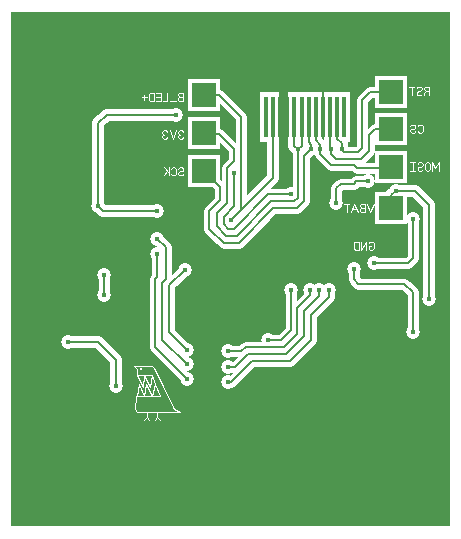
<source format=gbr>
%FSLAX34Y34*%
%MOMM*%
%LNCOPPER_BOTTOM*%
G71*
G01*
%ADD10C, 0.950*%
%ADD11C, 1.200*%
%ADD12R, 1.100X4.300*%
%ADD13R, 0.300X3.500*%
%ADD14C, 1.000*%
%ADD15C, 0.930*%
%ADD16C, 0.100*%
%ADD17C, 0.800*%
%ADD18C, 0.400*%
%ADD19C, 2.500*%
%ADD20R, 2.800X2.800*%
%ADD21C, 0.089*%
%ADD22R, 2.000X2.000*%
%ADD23C, 0.150*%
%ADD24C, 0.200*%
%ADD25C, 0.130*%
%LPD*%
G36*
X0Y1000000D02*
X372000Y1000000D01*
X372000Y565000D01*
X0Y565000D01*
X0Y1000000D01*
G37*
%LPC*%
G54D10*
X276000Y910000D02*
X276000Y893000D01*
X280000Y889000D01*
X280000Y884000D01*
G54D10*
X270000Y910000D02*
X270000Y885000D01*
X271000Y884000D01*
G54D10*
X258000Y910000D02*
X258000Y892000D01*
X262000Y888000D01*
X262000Y884000D01*
G54D10*
X252000Y910000D02*
X252000Y890000D01*
X254000Y888000D01*
X254000Y884000D01*
X243000Y884000D02*
G54D11*
D03*
X216000Y911000D02*
G54D12*
D03*
X222000Y911000D02*
G54D12*
D03*
X228000Y911000D02*
G54D13*
D03*
X234000Y911000D02*
G54D13*
D03*
X240000Y911000D02*
G54D12*
D03*
X246000Y911000D02*
G54D12*
D03*
X252000Y911000D02*
G54D12*
D03*
X258000Y911000D02*
G54D12*
D03*
X264000Y911000D02*
G54D13*
D03*
X270000Y911000D02*
G54D12*
D03*
X276000Y911000D02*
G54D12*
D03*
X282000Y911000D02*
G54D12*
D03*
X254000Y884000D02*
G54D11*
D03*
X262000Y884000D02*
G54D11*
D03*
X271000Y884000D02*
G54D11*
D03*
X280000Y884000D02*
G54D11*
D03*
G54D14*
X222000Y900000D02*
X222000Y860000D01*
X186000Y824000D01*
X326000Y849000D02*
G54D11*
D03*
X340000Y825000D02*
G54D11*
D03*
X340000Y729000D02*
G54D11*
D03*
X354000Y757000D02*
G54D11*
D03*
X290000Y783000D02*
G54D11*
D03*
X307000Y788000D02*
G54D11*
D03*
G54D15*
X340000Y729000D02*
X340000Y763000D01*
X333000Y770000D01*
X294000Y770000D01*
X290000Y774000D01*
X290000Y783000D01*
G54D10*
X340000Y825000D02*
X340000Y792000D01*
X336000Y788000D01*
X307000Y788000D01*
G54D14*
X354000Y825000D02*
X354000Y757000D01*
X261000Y765000D02*
G54D11*
D03*
X269000Y765000D02*
G54D11*
D03*
G54D10*
X184000Y700000D02*
X190000Y700000D01*
X201000Y711000D01*
X233000Y711000D01*
X248000Y726000D01*
X248000Y747000D01*
X261000Y760000D01*
X261000Y765000D01*
G54D10*
X184000Y687000D02*
X186000Y687000D01*
X204000Y705000D01*
X236000Y705000D01*
X254000Y723000D01*
X254000Y744000D01*
X269000Y759000D01*
X269000Y765000D01*
X124000Y808000D02*
G54D11*
D03*
X124000Y795000D02*
G54D11*
D03*
X89000Y684000D02*
G54D11*
D03*
X48000Y721000D02*
G54D11*
D03*
G54D14*
X48000Y721000D02*
X74000Y721000D01*
X89000Y706000D01*
X89000Y684000D01*
G54D10*
X79000Y778000D02*
X79000Y761000D01*
X79000Y778000D02*
G54D11*
D03*
X79000Y761000D02*
G54D11*
D03*
X74000Y836000D02*
G54D11*
D03*
X186000Y824000D02*
G54D11*
D03*
X253000Y765000D02*
G54D11*
D03*
G54D10*
X184000Y713000D02*
X195000Y713000D01*
X199000Y717000D01*
X231000Y717000D01*
X242000Y728000D01*
X242000Y750000D01*
X253000Y761000D01*
X253000Y765000D01*
X140000Y913000D02*
G54D11*
D03*
X302500Y857500D02*
G54D11*
D03*
X275000Y839000D02*
G54D11*
D03*
G54D10*
X275000Y839000D02*
X275000Y851000D01*
X279000Y855000D01*
X290000Y855000D01*
X292500Y857500D01*
X302500Y857500D01*
X237000Y765000D02*
G54D11*
D03*
X218000Y723000D02*
G54D11*
D03*
G54D10*
X237000Y765000D02*
X237000Y731000D01*
X229000Y723000D01*
X218000Y723000D01*
G54D16*
X105988Y675000D02*
X125988Y675000D01*
X121988Y685000D01*
X118988Y693000D01*
X106988Y693000D01*
G54D16*
X121988Y685000D02*
X118988Y675000D01*
X113988Y685000D01*
X112988Y675000D01*
X107988Y685000D01*
X106988Y675000D01*
G54D16*
X112988Y693000D02*
X117988Y683000D01*
X118988Y693000D01*
G54D16*
X106988Y693000D02*
X111988Y683000D01*
X112988Y693000D01*
G54D16*
G75*
G01X110988Y698000D02*
G03X110988Y698000I-1000J0D01*
G01*
G54D16*
X106988Y693000D02*
X106988Y698000D01*
X103988Y701000D01*
X118988Y701000D01*
X120988Y699000D01*
X127988Y685000D01*
X137988Y664000D01*
G54D16*
X142988Y662000D02*
X106988Y662000D01*
X104988Y664000D01*
X105988Y675000D01*
G54D16*
X142988Y662000D02*
X137988Y664000D01*
G54D16*
X114988Y662000D02*
X114988Y657000D01*
X116988Y655000D01*
X114988Y657000D01*
X112988Y655000D01*
G54D16*
X123988Y662000D02*
X123988Y657000D01*
X121988Y655000D01*
X123988Y657000D01*
X125988Y655000D01*
G54D14*
X326000Y849000D02*
X342000Y849000D01*
X354000Y837000D01*
X354000Y825000D01*
X353000Y886000D02*
G54D17*
D03*
X353000Y853000D02*
G54D17*
D03*
X353000Y720000D02*
G54D17*
D03*
X353000Y687000D02*
G54D17*
D03*
X202000Y914000D02*
G54D18*
D03*
X316027Y916954D02*
G54D18*
D03*
X22000Y875000D02*
G54D18*
D03*
X154000Y835000D02*
G54D18*
D03*
X147000Y877000D02*
G54D18*
D03*
X159000Y644000D02*
G54D18*
D03*
X203000Y774000D02*
G54D18*
D03*
X49000Y962000D02*
G54D18*
D03*
X207000Y677000D02*
G54D18*
D03*
X205000Y865000D02*
G54D18*
D03*
X272000Y797000D02*
G54D18*
D03*
X34000Y699000D02*
G54D18*
D03*
X124000Y819000D02*
G54D18*
D03*
X326000Y675000D02*
G54D18*
D03*
X340000Y633000D02*
G54D18*
D03*
X61000Y607000D02*
G54D18*
D03*
X21000Y850000D02*
G54D18*
D03*
X21000Y835000D02*
G54D18*
D03*
X53000Y850000D02*
G54D18*
D03*
X21000Y783000D02*
G54D18*
D03*
X106000Y647000D02*
G54D18*
D03*
X53000Y783000D02*
G54D18*
D03*
X15000Y905000D02*
G54D18*
D03*
X21000Y817000D02*
G54D18*
D03*
X121000Y935000D02*
G54D18*
D03*
X30000Y970000D02*
G54D19*
D03*
X340000Y970000D02*
G54D19*
D03*
X340000Y600000D02*
G54D19*
D03*
X30000Y600000D02*
G54D19*
D03*
X124000Y832000D02*
G54D11*
D03*
X339027Y939954D02*
G54D18*
D03*
G54D14*
X240000Y896000D02*
X240000Y887000D01*
X243000Y884000D01*
X246000Y887000D01*
X246000Y897000D01*
X237000Y846000D02*
G54D11*
D03*
X189000Y864000D02*
G54D11*
D03*
G54D10*
X237000Y846000D02*
X218000Y846000D01*
X189000Y817000D01*
X184000Y817000D01*
X180000Y821000D01*
X180000Y827000D01*
X189000Y836000D01*
X189000Y864000D01*
X21000Y800000D02*
G54D18*
D03*
X147000Y782000D02*
G54D11*
D03*
X149000Y714000D02*
G54D11*
D03*
X149000Y702000D02*
G54D11*
D03*
X149000Y690000D02*
G54D11*
D03*
X184000Y713000D02*
G54D11*
D03*
X184000Y700000D02*
G54D11*
D03*
X184000Y687000D02*
G54D11*
D03*
G54D10*
X149000Y714000D02*
X134000Y729000D01*
X134000Y769000D01*
X147000Y782000D01*
G54D10*
X149000Y702000D02*
X128000Y723000D01*
X128000Y771000D01*
X131000Y774000D01*
X131000Y801000D01*
X124000Y808000D01*
G54D10*
X149000Y690000D02*
X122000Y717000D01*
X122000Y774000D01*
X124000Y776000D01*
X124000Y795000D01*
X288000Y863000D02*
G54D18*
D03*
X39000Y759000D02*
G54D18*
D03*
X14000Y710000D02*
G54D18*
D03*
X13000Y648000D02*
G54D18*
D03*
X303000Y608000D02*
G54D18*
D03*
X304000Y948000D02*
G54D18*
D03*
G54D14*
X140000Y913000D02*
X81000Y913000D01*
X74000Y906000D01*
X74000Y836000D01*
G54D14*
X124000Y832000D02*
X78000Y832000D01*
X74000Y836000D01*
X322000Y933000D02*
G54D20*
D03*
G54D21*
X351787Y933444D02*
X350187Y932555D01*
X349654Y931666D01*
X349654Y929888D01*
G54D21*
X353920Y929888D02*
X353920Y937000D01*
X351254Y937000D01*
X350187Y936555D01*
X349654Y935666D01*
X349654Y934777D01*
X350187Y933888D01*
X351254Y933444D01*
X353920Y933444D01*
G54D21*
X347698Y931222D02*
X347164Y930333D01*
X346098Y929888D01*
X345031Y929888D01*
X343964Y930333D01*
X343431Y931222D01*
X343431Y932111D01*
X343964Y933000D01*
X345031Y933444D01*
X346098Y933444D01*
X347164Y933888D01*
X347698Y934777D01*
X347698Y935666D01*
X347164Y936555D01*
X346098Y937000D01*
X345031Y937000D01*
X343964Y936555D01*
X343431Y935666D01*
G54D21*
X339341Y929888D02*
X339341Y937000D01*
G54D21*
X341474Y937000D02*
X337208Y937000D01*
G54D10*
X280000Y884000D02*
X282000Y882000D01*
X294000Y882000D01*
X297000Y885000D01*
X297000Y926000D01*
X304000Y933000D01*
X322000Y933000D01*
X322000Y901000D02*
G54D20*
D03*
G54D21*
X344423Y899222D02*
X344957Y898333D01*
X346023Y897888D01*
X347090Y897888D01*
X348157Y898333D01*
X348690Y899222D01*
X348690Y903666D01*
X348157Y904555D01*
X347090Y905000D01*
X346023Y905000D01*
X344957Y904555D01*
X344423Y903666D01*
G54D21*
X342467Y899222D02*
X341934Y898333D01*
X340867Y897888D01*
X339800Y897888D01*
X338734Y898333D01*
X338200Y899222D01*
X338200Y900111D01*
X338734Y901000D01*
X339800Y901444D01*
X340867Y901444D01*
X341934Y901888D01*
X342467Y902777D01*
X342467Y903666D01*
X341934Y904555D01*
X340867Y905000D01*
X339800Y905000D01*
X338734Y904555D01*
X338200Y903666D01*
G54D10*
X271000Y884000D02*
X271000Y880000D01*
X275000Y876000D01*
X296000Y876000D01*
X303000Y883000D01*
X303000Y896000D01*
X308000Y901000D01*
X322000Y901000D01*
X322000Y869000D02*
G54D20*
D03*
G54D21*
X362010Y865888D02*
X362010Y873000D01*
X359343Y868555D01*
X356677Y873000D01*
X356677Y865888D01*
G54D21*
X350454Y871666D02*
X350454Y867222D01*
X350988Y866333D01*
X352054Y865888D01*
X353121Y865888D01*
X354188Y866333D01*
X354721Y867222D01*
X354721Y871666D01*
X354188Y872555D01*
X353121Y873000D01*
X352054Y873000D01*
X350988Y872555D01*
X350454Y871666D01*
G54D21*
X348498Y867222D02*
X347965Y866333D01*
X346898Y865888D01*
X345831Y865888D01*
X344765Y866333D01*
X344231Y867222D01*
X344231Y868111D01*
X344765Y869000D01*
X345831Y869444D01*
X346898Y869444D01*
X347965Y869888D01*
X348498Y870777D01*
X348498Y871666D01*
X347965Y872555D01*
X346898Y873000D01*
X345831Y873000D01*
X344765Y872555D01*
X344231Y871666D01*
G54D21*
X342275Y865888D02*
X338008Y865888D01*
G54D21*
X340142Y865888D02*
X340142Y873000D01*
G54D21*
X342275Y873000D02*
X338008Y873000D01*
G54D10*
X262000Y884000D02*
X262000Y880000D01*
X271000Y871000D01*
X290000Y871000D01*
X293000Y868000D01*
X321000Y868000D01*
X322000Y869000D01*
X163000Y866000D02*
G54D20*
D03*
X163000Y898000D02*
G54D20*
D03*
X163000Y930000D02*
G54D20*
D03*
G54D10*
X195000Y833000D02*
X195000Y911000D01*
X176000Y930000D01*
X163000Y930000D01*
G54D21*
X145920Y924888D02*
X145920Y932000D01*
X143254Y932000D01*
X142187Y931555D01*
X141654Y930666D01*
X141654Y929777D01*
X142187Y928888D01*
X143254Y928444D01*
X142187Y928000D01*
X141654Y927111D01*
X141654Y926222D01*
X142187Y925333D01*
X143254Y924888D01*
X145920Y924888D01*
G54D21*
X145920Y928444D02*
X143254Y928444D01*
G54D21*
X139698Y924888D02*
X134364Y924888D01*
G54D21*
X132408Y932000D02*
X132408Y924888D01*
X128675Y924888D01*
G54D21*
X122986Y924888D02*
X126720Y924888D01*
X126720Y932000D01*
X122986Y932000D01*
G54D21*
X126720Y928444D02*
X122986Y928444D01*
G54D21*
X121030Y924888D02*
X121030Y932000D01*
X118364Y932000D01*
X117297Y931555D01*
X116764Y930666D01*
X116764Y926222D01*
X117297Y925333D01*
X118364Y924888D01*
X121030Y924888D01*
G54D21*
X114808Y928000D02*
X110541Y928000D01*
G54D21*
X112674Y929777D02*
X112674Y926222D01*
G54D10*
X243000Y884000D02*
X243000Y843000D01*
X240000Y840000D01*
X220000Y840000D01*
X191000Y811000D01*
X182000Y811000D01*
X174000Y819000D01*
X174000Y830000D01*
X183000Y839000D01*
X183000Y868000D01*
X189000Y874000D01*
X189000Y884000D01*
X176000Y897000D01*
X164000Y897000D01*
X163000Y898000D01*
G54D21*
X145920Y898666D02*
X145387Y899555D01*
X144320Y900000D01*
X143254Y900000D01*
X142187Y899555D01*
X141654Y898666D01*
X141654Y897777D01*
X142187Y896888D01*
X143254Y896444D01*
X142187Y896000D01*
X141654Y895111D01*
X141654Y894222D01*
X142187Y893333D01*
X143254Y892888D01*
X144320Y892888D01*
X145387Y893333D01*
X145920Y894222D01*
G54D21*
X139698Y900000D02*
X137031Y892888D01*
X134364Y900000D01*
G54D21*
X132408Y898666D02*
X131875Y899555D01*
X130808Y900000D01*
X129742Y900000D01*
X128675Y899555D01*
X128142Y898666D01*
X128142Y897777D01*
X128675Y896888D01*
X129742Y896444D01*
X128675Y896000D01*
X128142Y895111D01*
X128142Y894222D01*
X128675Y893333D01*
X129742Y892888D01*
X130808Y892888D01*
X131875Y893333D01*
X132408Y894222D01*
G54D10*
X254000Y884000D02*
X248000Y878000D01*
X248000Y840000D01*
X242000Y834000D01*
X222000Y834000D01*
X193000Y805000D01*
X180000Y805000D01*
X168000Y817000D01*
X168000Y832000D01*
X177000Y841000D01*
X177000Y852000D01*
X163000Y866000D01*
G54D21*
X145920Y863222D02*
X145387Y862333D01*
X144320Y861888D01*
X143254Y861888D01*
X142187Y862333D01*
X141654Y863222D01*
X141654Y864111D01*
X142187Y865000D01*
X143254Y865444D01*
X144320Y865444D01*
X145387Y865888D01*
X145920Y866777D01*
X145920Y867666D01*
X145387Y868555D01*
X144320Y869000D01*
X143254Y869000D01*
X142187Y868555D01*
X141654Y867666D01*
G54D21*
X135431Y863222D02*
X135964Y862333D01*
X137031Y861888D01*
X138098Y861888D01*
X139164Y862333D01*
X139698Y863222D01*
X139698Y867666D01*
X139164Y868555D01*
X138098Y869000D01*
X137031Y869000D01*
X135964Y868555D01*
X135431Y867666D01*
G54D21*
X133474Y861888D02*
X133474Y869000D01*
G54D21*
X133474Y864111D02*
X129208Y869000D01*
G54D21*
X131874Y865444D02*
X129208Y861888D01*
X322000Y834000D02*
G54D20*
D03*
X322000Y803000D02*
G54D22*
D03*
G54D21*
X307010Y838000D02*
X304343Y830888D01*
X301677Y838000D01*
G54D21*
X299721Y830888D02*
X299721Y838000D01*
X297054Y838000D01*
X295988Y837555D01*
X295454Y836666D01*
X295454Y835777D01*
X295988Y834888D01*
X297054Y834444D01*
X295988Y834000D01*
X295454Y833111D01*
X295454Y832222D01*
X295988Y831333D01*
X297054Y830888D01*
X299721Y830888D01*
G54D21*
X299721Y834444D02*
X297054Y834444D01*
G54D21*
X293498Y830888D02*
X290831Y838000D01*
X288165Y830888D01*
G54D21*
X292431Y833555D02*
X289231Y833555D01*
G54D21*
X284076Y830888D02*
X284076Y838000D01*
G54D21*
X286209Y838000D02*
X281942Y838000D01*
G54D21*
X304877Y802444D02*
X302743Y802444D01*
X302743Y800222D01*
X303277Y799333D01*
X304343Y798888D01*
X305410Y798888D01*
X306477Y799333D01*
X307010Y800222D01*
X307010Y804666D01*
X306477Y805555D01*
X305410Y806000D01*
X304343Y806000D01*
X303277Y805555D01*
X302743Y804666D01*
G54D21*
X300787Y798888D02*
X300787Y806000D01*
X296520Y798888D01*
X296520Y806000D01*
G54D21*
X294564Y798888D02*
X294564Y806000D01*
X291897Y806000D01*
X290831Y805555D01*
X290297Y804666D01*
X290297Y800222D01*
X290831Y799333D01*
X291897Y798888D01*
X294564Y798888D01*
G54D14*
X326000Y849000D02*
X322000Y845000D01*
X322000Y834000D01*
X60000Y671000D02*
G54D18*
D03*
G54D23*
X264000Y926000D02*
X264000Y933000D01*
X268000Y937000D01*
X293000Y937000D01*
X304000Y948000D01*
%LPD*%
G54D23*
X276000Y910000D02*
X276000Y893000D01*
X280000Y889000D01*
X280000Y884000D01*
G54D23*
X270000Y910000D02*
X270000Y885000D01*
X271000Y884000D01*
G54D23*
X258000Y910000D02*
X258000Y892000D01*
X262000Y888000D01*
X262000Y884000D01*
G54D23*
X252000Y910000D02*
X252000Y890000D01*
X254000Y888000D01*
X254000Y884000D01*
X243000Y884000D02*
G54D18*
D03*
X216000Y911000D02*
G54D13*
D03*
X222000Y911000D02*
G54D13*
D03*
X228000Y911000D02*
G54D13*
D03*
X234000Y911000D02*
G54D13*
D03*
X240000Y911000D02*
G54D13*
D03*
X246000Y911000D02*
G54D13*
D03*
X252000Y911000D02*
G54D13*
D03*
X258000Y911000D02*
G54D13*
D03*
X264000Y911000D02*
G54D13*
D03*
X270000Y911000D02*
G54D13*
D03*
X276000Y911000D02*
G54D13*
D03*
X282000Y911000D02*
G54D13*
D03*
X254000Y884000D02*
G54D18*
D03*
X262000Y884000D02*
G54D18*
D03*
X271000Y884000D02*
G54D18*
D03*
X280000Y884000D02*
G54D18*
D03*
G54D24*
X222000Y900000D02*
X222000Y860000D01*
X186000Y824000D01*
X326000Y849000D02*
G54D18*
D03*
X340000Y825000D02*
G54D18*
D03*
X340000Y729000D02*
G54D18*
D03*
X354000Y757000D02*
G54D18*
D03*
X290000Y783000D02*
G54D18*
D03*
X307000Y788000D02*
G54D18*
D03*
G54D25*
X340000Y729000D02*
X340000Y763000D01*
X333000Y770000D01*
X294000Y770000D01*
X290000Y774000D01*
X290000Y783000D01*
G54D23*
X340000Y825000D02*
X340000Y792000D01*
X336000Y788000D01*
X307000Y788000D01*
G54D24*
X354000Y825000D02*
X354000Y757000D01*
X261000Y765000D02*
G54D18*
D03*
X269000Y765000D02*
G54D18*
D03*
G54D23*
X184000Y700000D02*
X190000Y700000D01*
X201000Y711000D01*
X233000Y711000D01*
X248000Y726000D01*
X248000Y747000D01*
X261000Y760000D01*
X261000Y765000D01*
G54D23*
X184000Y687000D02*
X186000Y687000D01*
X204000Y705000D01*
X236000Y705000D01*
X254000Y723000D01*
X254000Y744000D01*
X269000Y759000D01*
X269000Y765000D01*
X124000Y808000D02*
G54D18*
D03*
X124000Y795000D02*
G54D18*
D03*
X89000Y684000D02*
G54D18*
D03*
X48000Y721000D02*
G54D18*
D03*
G54D24*
X48000Y721000D02*
X74000Y721000D01*
X89000Y706000D01*
X89000Y684000D01*
G54D23*
X79000Y778000D02*
X79000Y761000D01*
X79000Y778000D02*
G54D18*
D03*
X79000Y761000D02*
G54D18*
D03*
X74000Y836000D02*
G54D18*
D03*
X186000Y824000D02*
G54D18*
D03*
X253000Y765000D02*
G54D18*
D03*
G54D23*
X184000Y713000D02*
X195000Y713000D01*
X199000Y717000D01*
X231000Y717000D01*
X242000Y728000D01*
X242000Y750000D01*
X253000Y761000D01*
X253000Y765000D01*
X140000Y913000D02*
G54D18*
D03*
X302500Y857500D02*
G54D18*
D03*
X275000Y839000D02*
G54D18*
D03*
G54D23*
X275000Y839000D02*
X275000Y851000D01*
X279000Y855000D01*
X290000Y855000D01*
X292500Y857500D01*
X302500Y857500D01*
X237000Y765000D02*
G54D18*
D03*
X218000Y723000D02*
G54D18*
D03*
G54D23*
X237000Y765000D02*
X237000Y731000D01*
X229000Y723000D01*
X218000Y723000D01*
G54D24*
X326000Y849000D02*
X342000Y849000D01*
X354000Y837000D01*
X354000Y825000D01*
X353000Y886000D02*
G54D17*
D03*
X353000Y853000D02*
G54D17*
D03*
X353000Y720000D02*
G54D17*
D03*
X353000Y687000D02*
G54D17*
D03*
X202000Y914000D02*
G54D18*
D03*
X316027Y916954D02*
G54D18*
D03*
X22000Y875000D02*
G54D18*
D03*
X154000Y835000D02*
G54D18*
D03*
X147000Y877000D02*
G54D18*
D03*
X159000Y644000D02*
G54D18*
D03*
X203000Y774000D02*
G54D18*
D03*
X49000Y962000D02*
G54D18*
D03*
X207000Y677000D02*
G54D18*
D03*
X205000Y865000D02*
G54D18*
D03*
X272000Y797000D02*
G54D18*
D03*
X34000Y699000D02*
G54D18*
D03*
X124000Y819000D02*
G54D18*
D03*
X326000Y675000D02*
G54D18*
D03*
X340000Y633000D02*
G54D18*
D03*
X61000Y607000D02*
G54D18*
D03*
X21000Y850000D02*
G54D18*
D03*
X21000Y835000D02*
G54D18*
D03*
X53000Y850000D02*
G54D18*
D03*
X21000Y783000D02*
G54D18*
D03*
X106000Y647000D02*
G54D18*
D03*
X53000Y783000D02*
G54D18*
D03*
X15000Y905000D02*
G54D18*
D03*
X21000Y817000D02*
G54D18*
D03*
X121000Y935000D02*
G54D18*
D03*
X30000Y970000D02*
G54D19*
D03*
X340000Y970000D02*
G54D19*
D03*
X340000Y600000D02*
G54D19*
D03*
X30000Y600000D02*
G54D19*
D03*
X124000Y832000D02*
G54D18*
D03*
X339027Y939954D02*
G54D18*
D03*
G54D24*
X240000Y896000D02*
X240000Y887000D01*
X243000Y884000D01*
X246000Y887000D01*
X246000Y897000D01*
X237000Y846000D02*
G54D18*
D03*
X189000Y864000D02*
G54D18*
D03*
G54D23*
X237000Y846000D02*
X218000Y846000D01*
X189000Y817000D01*
X184000Y817000D01*
X180000Y821000D01*
X180000Y827000D01*
X189000Y836000D01*
X189000Y864000D01*
X21000Y800000D02*
G54D18*
D03*
X147000Y782000D02*
G54D18*
D03*
X149000Y714000D02*
G54D18*
D03*
X149000Y702000D02*
G54D18*
D03*
X149000Y690000D02*
G54D18*
D03*
X184000Y713000D02*
G54D18*
D03*
X184000Y700000D02*
G54D18*
D03*
X184000Y687000D02*
G54D18*
D03*
G54D23*
X149000Y714000D02*
X134000Y729000D01*
X134000Y769000D01*
X147000Y782000D01*
G54D23*
X149000Y702000D02*
X128000Y723000D01*
X128000Y771000D01*
X131000Y774000D01*
X131000Y801000D01*
X124000Y808000D01*
G54D23*
X149000Y690000D02*
X122000Y717000D01*
X122000Y774000D01*
X124000Y776000D01*
X124000Y795000D01*
X288000Y863000D02*
G54D18*
D03*
X39000Y759000D02*
G54D18*
D03*
X14000Y710000D02*
G54D18*
D03*
X13000Y648000D02*
G54D18*
D03*
X303000Y608000D02*
G54D18*
D03*
X304000Y948000D02*
G54D18*
D03*
G54D24*
X140000Y913000D02*
X81000Y913000D01*
X74000Y906000D01*
X74000Y836000D01*
G54D24*
X124000Y832000D02*
X78000Y832000D01*
X74000Y836000D01*
X322000Y933000D02*
G54D22*
D03*
G54D23*
X280000Y884000D02*
X282000Y882000D01*
X294000Y882000D01*
X297000Y885000D01*
X297000Y926000D01*
X304000Y933000D01*
X322000Y933000D01*
X322000Y901000D02*
G54D22*
D03*
G54D23*
X271000Y884000D02*
X271000Y880000D01*
X275000Y876000D01*
X296000Y876000D01*
X303000Y883000D01*
X303000Y896000D01*
X308000Y901000D01*
X322000Y901000D01*
X322000Y869000D02*
G54D22*
D03*
G54D23*
X262000Y884000D02*
X262000Y880000D01*
X271000Y871000D01*
X290000Y871000D01*
X293000Y868000D01*
X321000Y868000D01*
X322000Y869000D01*
X163000Y866000D02*
G54D22*
D03*
X163000Y898000D02*
G54D22*
D03*
X163000Y930000D02*
G54D22*
D03*
G54D23*
X195000Y833000D02*
X195000Y911000D01*
X176000Y930000D01*
X163000Y930000D01*
G54D23*
X243000Y884000D02*
X243000Y843000D01*
X240000Y840000D01*
X220000Y840000D01*
X191000Y811000D01*
X182000Y811000D01*
X174000Y819000D01*
X174000Y830000D01*
X183000Y839000D01*
X183000Y868000D01*
X189000Y874000D01*
X189000Y884000D01*
X176000Y897000D01*
X164000Y897000D01*
X163000Y898000D01*
G54D23*
X254000Y884000D02*
X248000Y878000D01*
X248000Y840000D01*
X242000Y834000D01*
X222000Y834000D01*
X193000Y805000D01*
X180000Y805000D01*
X168000Y817000D01*
X168000Y832000D01*
X177000Y841000D01*
X177000Y852000D01*
X163000Y866000D01*
X322000Y834000D02*
G54D22*
D03*
X322000Y803000D02*
G54D22*
D03*
G54D24*
X326000Y849000D02*
X322000Y845000D01*
X322000Y834000D01*
X60000Y671000D02*
G54D18*
D03*
G54D23*
X264000Y926000D02*
X264000Y933000D01*
X268000Y937000D01*
X293000Y937000D01*
X304000Y948000D01*
M02*

</source>
